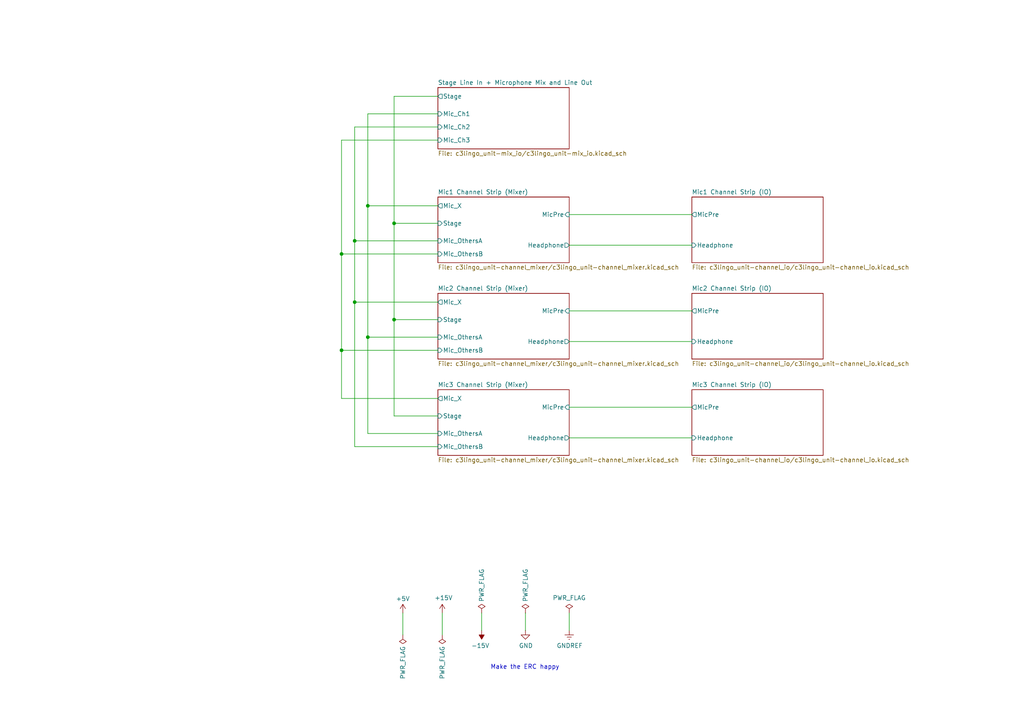
<source format=kicad_sch>
(kicad_sch (version 20231120) (generator "eeschema") (generator_version "8.0")
  (paper "A4")
  (title_block (title "c3lingo interpeter unit") (date "2024-09-08") (rev "v0.3.3") (company "Jannik Beyerstedt (jtbx)") (comment 1 "Prototype 2"))
  (lib_symbols
    (symbol "power:+15V" (power) (pin_numbers hide) (pin_names (offset 0) hide)
      (property "Value" "+15V" (at 0 3.556 0))
      (symbol "+15V_0_1"
        (polyline (pts (xy -0.762 1.27) (xy 0 2.54)))
        (polyline (pts (xy 0 0) (xy 0 2.54)))
        (polyline (pts (xy 0 2.54) (xy 0.762 1.27)))
      )
      (symbol "+15V_1_1"
        (pin power_in line (at 0 0 90) (length 0) (name "~") (number "1"))
      )
    )
    (symbol "power:+5V" (power) (pin_numbers hide) (pin_names (offset 0) hide)
      (property "Value" "+5V" (at 0 3.556 0))
      (symbol "+5V_0_1"
        (polyline (pts (xy -0.762 1.27) (xy 0 2.54)))
        (polyline (pts (xy 0 0) (xy 0 2.54)))
        (polyline (pts (xy 0 2.54) (xy 0.762 1.27)))
      )
      (symbol "+5V_1_1"
        (pin power_in line (at 0 0 90) (length 0) (name "~") (number "1"))
      )
    )
    (symbol "power:-15V" (power) (pin_numbers hide) (pin_names (offset 0) hide)
      (property "Value" "-15V" (at 0 3.556 0))
      (symbol "-15V_0_0"
        (pin power_in line (at 0 0 90) (length 0) (name "~") (number "1"))
      )
      (symbol "-15V_0_1"
        (polyline (pts (xy 0 0) (xy 0 1.27) (xy 0.762 1.27) (xy 0 2.54) (xy -0.762 1.27) (xy 0 1.27)) (fill (type outline)))
      )
    )
    (symbol "power:GND" (power) (pin_numbers hide) (pin_names (offset 0) hide)
      (property "Value" "GND" (at 0 -3.81 0))
      (symbol "GND_0_1"
        (polyline (pts (xy 0 0) (xy 0 -1.27) (xy 1.27 -1.27) (xy 0 -2.54) (xy -1.27 -1.27) (xy 0 -1.27)))
      )
      (symbol "GND_1_1"
        (pin power_in line (at 0 0 270) (length 0) (name "~") (number "1"))
      )
    )
    (symbol "power:GNDREF" (power) (pin_numbers hide) (pin_names (offset 0) hide)
      (property "Value" "GNDREF" (at 0 -3.81 0))
      (symbol "GNDREF_0_1"
        (polyline (pts (xy -0.635 -1.905) (xy 0.635 -1.905)))
        (polyline (pts (xy -0.127 -2.54) (xy 0.127 -2.54)))
        (polyline (pts (xy 0 -1.27) (xy 0 0)))
        (polyline (pts (xy 1.27 -1.27) (xy -1.27 -1.27)))
      )
      (symbol "GNDREF_1_1"
        (pin power_in line (at 0 0 270) (length 0) (name "~") (number "1"))
      )
    )
    (symbol "power:PWR_FLAG" (power) (pin_numbers hide) (pin_names (offset 0) hide)
      (property "Value" "PWR_FLAG" (at 0 3.81 0))
      (symbol "PWR_FLAG_0_0"
        (pin power_out line (at 0 0 90) (length 0) (name "~") (number "1"))
      )
      (symbol "PWR_FLAG_0_1"
        (polyline (pts (xy 0 0) (xy 0 1.27) (xy -1.016 1.905) (xy 0 2.54) (xy 1.016 1.905) (xy 0 1.27)))
      )
    )
  )
  (junction (at 99.06 73.66))
  (junction (at 106.68 97.79))
  (junction (at 102.87 69.85))
  (junction (at 102.87 87.63))
  (junction (at 99.06 101.6))
  (junction (at 106.68 59.69))
  (junction (at 114.3 64.77))
  (junction (at 114.3 92.71))
  (wire (pts (xy 165.1 90.17) (xy 200.66 90.17)))
  (wire (pts (xy 102.87 36.83) (xy 127 36.83)))
  (wire (pts (xy 165.1 62.23) (xy 200.66 62.23)))
  (wire (pts (xy 99.06 115.57) (xy 99.06 101.6)))
  (wire (pts (xy 106.68 59.69) (xy 106.68 33.02)))
  (wire (pts (xy 102.87 87.63) (xy 102.87 69.85)))
  (wire (pts (xy 114.3 120.65) (xy 127 120.65)))
  (wire (pts (xy 114.3 92.71) (xy 127 92.71)))
  (wire (pts (xy 114.3 27.94) (xy 114.3 64.77)))
  (wire (pts (xy 106.68 33.02) (xy 127 33.02)))
  (wire (pts (xy 99.06 40.64) (xy 127 40.64)))
  (wire (pts (xy 165.1 71.12) (xy 200.66 71.12)))
  (wire (pts (xy 106.68 59.69) (xy 106.68 97.79)))
  (wire (pts (xy 127 87.63) (xy 102.87 87.63)))
  (wire (pts (xy 139.7 177.8) (xy 139.7 182.88)))
  (wire (pts (xy 165.1 127) (xy 200.66 127)))
  (wire (pts (xy 102.87 69.85) (xy 102.87 36.83)))
  (wire (pts (xy 114.3 64.77) (xy 127 64.77)))
  (wire (pts (xy 99.06 73.66) (xy 127 73.66)))
  (wire (pts (xy 106.68 97.79) (xy 106.68 125.73)))
  (wire (pts (xy 116.84 177.8) (xy 116.84 184.15)))
  (wire (pts (xy 127 27.94) (xy 114.3 27.94)))
  (wire (pts (xy 165.1 118.11) (xy 200.66 118.11)))
  (wire (pts (xy 128.27 177.8) (xy 128.27 184.15)))
  (wire (pts (xy 102.87 69.85) (xy 127 69.85)))
  (wire (pts (xy 99.06 73.66) (xy 99.06 40.64)))
  (wire (pts (xy 106.68 97.79) (xy 127 97.79)))
  (wire (pts (xy 114.3 64.77) (xy 114.3 92.71)))
  (wire (pts (xy 127 115.57) (xy 99.06 115.57)))
  (wire (pts (xy 165.1 99.06) (xy 200.66 99.06)))
  (wire (pts (xy 102.87 129.54) (xy 127 129.54)))
  (wire (pts (xy 127 59.69) (xy 106.68 59.69)))
  (wire (pts (xy 99.06 101.6) (xy 99.06 73.66)))
  (wire (pts (xy 127 101.6) (xy 99.06 101.6)))
  (wire (pts (xy 106.68 125.73) (xy 127 125.73)))
  (wire (pts (xy 102.87 87.63) (xy 102.87 129.54)))
  (wire (pts (xy 165.1 182.88) (xy 165.1 177.8)))
  (wire (pts (xy 114.3 92.71) (xy 114.3 120.65)))
  (wire (pts (xy 152.4 177.8) (xy 152.4 182.88)))
  (text "Make the ERC happy" (at 142.24 194.31 0) (effects (font (size 1.27 1.27)) (justify left bottom)))
  (symbol (lib_id "power:GND") (at 152.4 182.88 0) (unit 1)
    (property "Reference" "#PWR0103" (effects (hide yes)))
    (property "Value" "GND" (at 152.527 187.2742 0))
    (property "Description" "Power symbol creates a global label with name \"GND\" , ground" (effects (hide yes)))
  )
  (symbol (lib_id "power:+15V") (at 128.27 177.8 0) (unit 1)
    (property "Reference" "#PWR0101" (effects (hide yes)))
    (property "Value" "+15V" (at 128.651 173.4058 0))
    (property "Description" "Power symbol creates a global label with name \"+15V\"" (effects (hide yes)))
  )
  (symbol (lib_id "power:-15V") (at 139.7 182.88 180) (unit 1)
    (property "Reference" "#PWR0102" (effects (hide yes)))
    (property "Value" "-15V" (at 139.319 187.2742 0))
    (property "Description" "Power symbol creates a global label with name \"-15V\"" (effects (hide yes)))
  )
  (symbol (lib_id "power:PWR_FLAG") (at 128.27 184.15 180) (unit 1)
    (property "Reference" "#FLG0104" (effects (hide yes)))
    (property "Value" "PWR_FLAG" (at 128.27 187.3758 90) (effects (justify left)))
    (property "Description" "Special symbol for telling ERC where power comes from" (effects (hide yes)))
  )
  (symbol (lib_id "power:PWR_FLAG") (at 152.4 177.8 0) (unit 1)
    (property "Reference" "#FLG0102" (effects (hide yes)))
    (property "Value" "PWR_FLAG" (at 152.4 174.5742 90) (effects (justify left)))
    (property "Description" "Special symbol for telling ERC where power comes from" (effects (hide yes)))
  )
  (symbol (lib_id "power:PWR_FLAG") (at 165.1 177.8 0) (unit 1)
    (property "Reference" "#FLG0103" (effects (hide yes)))
    (property "Value" "PWR_FLAG" (at 165.1 173.4058 0))
    (property "Description" "Special symbol for telling ERC where power comes from" (effects (hide yes)))
  )
  (symbol (lib_id "power:GNDREF") (at 165.1 182.88 0) (unit 1)
    (property "Reference" "#PWR0104" (effects (hide yes)))
    (property "Value" "GNDREF" (at 165.227 187.2742 0))
    (property "Description" "Power symbol creates a global label with name \"GNDREF\" , reference supply ground" (effects (hide yes)))
  )
  (symbol (lib_id "power:+5V") (at 116.84 177.8 0) (unit 1)
    (property "Reference" "#PWR0105" (effects (hide yes)))
    (property "Value" "+5V" (at 116.84 173.6669 0))
    (property "Description" "Power symbol creates a global label with name \"+5V\"" (effects (hide yes)))
  )
  (symbol (lib_id "power:PWR_FLAG") (at 139.7 177.8 0) (unit 1)
    (property "Reference" "#FLG0101" (effects (hide yes)))
    (property "Value" "PWR_FLAG" (at 139.7 174.5742 90) (effects (justify left)))
    (property "Description" "Special symbol for telling ERC where power comes from" (effects (hide yes)))
  )
  (symbol (lib_id "power:PWR_FLAG") (at 116.84 184.15 180) (unit 1)
    (property "Reference" "#FLG0105" (effects (hide yes)))
    (property "Value" "PWR_FLAG" (at 116.84 187.3758 90) (effects (justify left)))
    (property "Description" "Special symbol for telling ERC where power comes from" (effects (hide yes)))
  )
  (sheet (at 127 57.15) (size 38.1 19.05)
    (property "Sheetname" "Mic1 Channel Strip (Mixer)" (at 127 56.4384 0) (effects (justify left bottom)))
    (property "Sheetfile" "c3lingo_unit-channel_mixer/c3lingo_unit-channel_mixer.kicad_sch" (at 127 76.7846 0) (effects (justify left top)))
    (pin "Mic_X" output (at 127 59.69 180))
    (pin "Mic_OthersA" input (at 127 69.85 180))
    (pin "Mic_OthersB" input (at 127 73.66 180))
    (pin "Stage" input (at 127 64.77 180))
    (pin "MicPre" input (at 165.1 62.23 0))
    (pin "Headphone" output (at 165.1 71.12 0))
  )
  (sheet (at 127 25.4) (size 38.1 17.78)
    (property "Sheetname" "Stage Line In + Microphone Mix and Line Out" (at 127 24.6884 0) (effects (justify left bottom)))
    (property "Sheetfile" "c3lingo_unit-mix_io/c3lingo_unit-mix_io.kicad_sch" (at 127 43.7646 0) (effects (justify left top)))
    (pin "Stage" output (at 127 27.94 180))
    (pin "Mic_Ch1" input (at 127 33.02 180))
    (pin "Mic_Ch2" input (at 127 36.83 180))
    (pin "Mic_Ch3" input (at 127 40.64 180))
  )
  (sheet (at 127 85.09) (size 38.1 19.05)
    (property "Sheetname" "Mic2 Channel Strip (Mixer)" (at 127 84.3784 0) (effects (justify left bottom)))
    (property "Sheetfile" "c3lingo_unit-channel_mixer/c3lingo_unit-channel_mixer.kicad_sch" (at 127 104.7246 0) (effects (justify left top)))
    (pin "Mic_X" output (at 127 87.63 180))
    (pin "Mic_OthersA" input (at 127 97.79 180))
    (pin "Mic_OthersB" input (at 127 101.6 180))
    (pin "Stage" input (at 127 92.71 180))
    (pin "MicPre" input (at 165.1 90.17 0))
    (pin "Headphone" output (at 165.1 99.06 0))
  )
  (sheet (at 127 113.03) (size 38.1 19.05)
    (property "Sheetname" "Mic3 Channel Strip (Mixer)" (at 127 112.3184 0) (effects (justify left bottom)))
    (property "Sheetfile" "c3lingo_unit-channel_mixer/c3lingo_unit-channel_mixer.kicad_sch" (at 127 132.6646 0) (effects (justify left top)))
    (pin "Mic_X" output (at 127 115.57 180))
    (pin "Mic_OthersA" input (at 127 125.73 180))
    (pin "Mic_OthersB" input (at 127 129.54 180))
    (pin "Stage" input (at 127 120.65 180))
    (pin "MicPre" input (at 165.1 118.11 0))
    (pin "Headphone" output (at 165.1 127 0))
  )
  (sheet (at 200.66 113.03) (size 38.1 19.05)
    (property "Sheetname" "Mic3 Channel Strip (IO)" (at 200.66 112.3184 0) (effects (justify left bottom)))
    (property "Sheetfile" "c3lingo_unit-channel_io/c3lingo_unit-channel_io.kicad_sch" (at 200.66 132.6646 0) (effects (justify left top)))
    (pin "MicPre" output (at 200.66 118.11 180))
    (pin "Headphone" input (at 200.66 127 180))
  )
  (sheet (at 200.66 57.15) (size 38.1 19.05)
    (property "Sheetname" "Mic1 Channel Strip (IO)" (at 200.66 56.4384 0) (effects (justify left bottom)))
    (property "Sheetfile" "c3lingo_unit-channel_io/c3lingo_unit-channel_io.kicad_sch" (at 200.66 76.7846 0) (effects (justify left top)))
    (pin "MicPre" output (at 200.66 62.23 180))
    (pin "Headphone" input (at 200.66 71.12 180))
  )
  (sheet (at 200.66 85.09) (size 38.1 19.05)
    (property "Sheetname" "Mic2 Channel Strip (IO)" (at 200.66 84.3784 0) (effects (justify left bottom)))
    (property "Sheetfile" "c3lingo_unit-channel_io/c3lingo_unit-channel_io.kicad_sch" (at 200.66 104.7246 0) (effects (justify left top)))
    (pin "MicPre" output (at 200.66 90.17 180))
    (pin "Headphone" input (at 200.66 99.06 180))
  )
)
</source>
